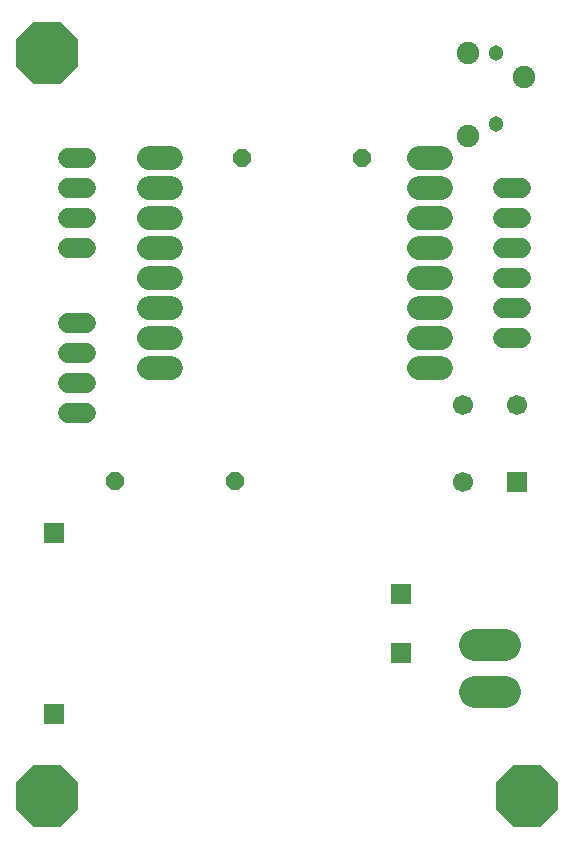
<source format=gbr>
G04 EAGLE Gerber X2 export*
%TF.Part,Single*%
%TF.FileFunction,Soldermask,Top,1*%
%TF.FilePolarity,Negative*%
%TF.GenerationSoftware,Autodesk,EAGLE,8.7.1*%
%TF.CreationDate,2021-04-30T08:45:36Z*%
G75*
%MOMM*%
%FSLAX34Y34*%
%LPD*%
%AMOC8*
5,1,8,0,0,1.08239X$1,22.5*%
G01*
%ADD10R,1.727200X1.727200*%
%ADD11P,1.649562X8X22.500000*%
%ADD12C,1.701200*%
%ADD13R,1.701200X1.701200*%
%ADD14C,2.032000*%
%ADD15C,1.727200*%
%ADD16C,2.717800*%
%ADD17C,1.903200*%
%ADD18C,1.303200*%
%ADD19P,5.718483X8X22.500000*%


D10*
X604200Y216300D03*
X604200Y266300D03*
X310200Y164300D03*
X310200Y318300D03*
D11*
X469900Y635000D03*
X571500Y635000D03*
X361950Y361950D03*
X463550Y361950D03*
D12*
X656950Y426200D03*
X701950Y426200D03*
X656950Y361200D03*
D13*
X701950Y361200D03*
D14*
X409194Y635000D02*
X390906Y635000D01*
X390906Y609600D02*
X409194Y609600D01*
X409194Y584200D02*
X390906Y584200D01*
X390906Y558800D02*
X409194Y558800D01*
X409194Y533400D02*
X390906Y533400D01*
X390906Y508000D02*
X409194Y508000D01*
X409194Y482600D02*
X390906Y482600D01*
X390906Y457200D02*
X409194Y457200D01*
X619506Y635000D02*
X637794Y635000D01*
X637794Y609600D02*
X619506Y609600D01*
X619506Y584200D02*
X637794Y584200D01*
X637794Y558800D02*
X619506Y558800D01*
X619506Y533400D02*
X637794Y533400D01*
X637794Y508000D02*
X619506Y508000D01*
X619506Y482600D02*
X637794Y482600D01*
X637794Y457200D02*
X619506Y457200D01*
D15*
X690880Y609600D02*
X706120Y609600D01*
X706120Y584200D02*
X690880Y584200D01*
X690880Y558800D02*
X706120Y558800D01*
X706120Y533400D02*
X690880Y533400D01*
X690880Y508000D02*
X706120Y508000D01*
X706120Y482600D02*
X690880Y482600D01*
X337820Y558800D02*
X322580Y558800D01*
X322580Y584200D02*
X337820Y584200D01*
X337820Y609600D02*
X322580Y609600D01*
X322580Y635000D02*
X337820Y635000D01*
X337820Y495300D02*
X322580Y495300D01*
X322580Y469900D02*
X337820Y469900D01*
X337820Y444500D02*
X322580Y444500D01*
X322580Y419100D02*
X337820Y419100D01*
D16*
X666877Y183388D02*
X692023Y183388D01*
X692023Y223012D02*
X666877Y223012D01*
D17*
X660950Y724360D03*
X708110Y703740D03*
X660950Y654200D03*
D18*
X684530Y724662D03*
X684530Y663900D03*
D19*
X304800Y723900D03*
X304800Y95250D03*
X711200Y95250D03*
M02*

</source>
